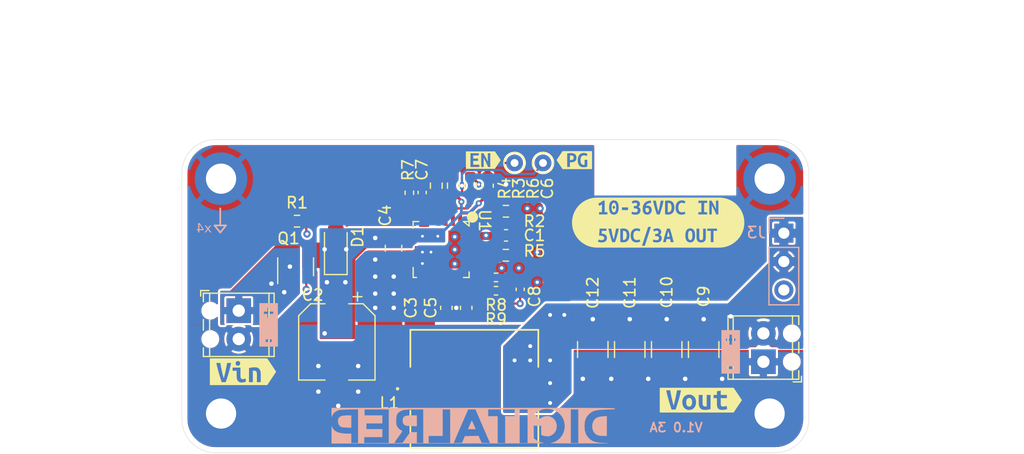
<source format=kicad_pcb>
(kicad_pcb (version 20221018) (generator pcbnew)
  (title_block (title "SiC468 15W Power") (date "2023-04-20") (rev "1") (company "DigitalREP") (comment 1 "Get up, come on, get down with the SiCness!"))
  (layers (0 "F.Cu" signal "Front") (1 "In1.Cu" mixed) (2 "In2.Cu" mixed) (31 "B.Cu" signal "Back") (34 "B.Paste" user) (35 "F.Paste" user) (36 "B.SilkS" user "B.Silkscreen") (37 "F.SilkS" user "F.Silkscreen") (38 "B.Mask" user) (39 "F.Mask" user) (44 "Edge.Cuts" user))
  (net 0 "")
  (net 1 "VSS")
  (net 2 "VDD")
  (net 4 "GNDA")
  (net 5 "/VDRV")
  (net 6 "/SS")
  (net 7 "/V_OUT")
  (net 8 "Net-(D1-A)")
  (net 9 "/V_IN")
  (net 10 "/MODE")
  (net 11 "/BOOT")
  (net 12 "/PHASE")
  (net 13 "/EN")
  (net 14 "/FSW")
  (net 15 "/PGOOD")
  (net 18 "/SW")
  (net 19 "/V_FB")
  (net 20 "GND")
  (net 21 "Net-(C7-Pad2)")
  (footprint "TestPoint:TestPoint_THTPad_D1.5mm_Drill0.7mm" (layer "F.Cu") (at 88.138 85.852)
    (fp_text reference "TP2" hide)
    (fp_text value "TestPoint_Small" hide)
    (pad "1" thru_hole circle (at 0 0) (size 1.5 1.5) (drill 0.7) (layers "*.Cu" "*.Mask") (net 13 "/EN"))
  )
  (footprint "Capacitor_SMD:C_0603_1608Metric" (layer "F.Cu") (at 83.82 98.806 -90)
    (fp_text reference "C5" (at 0 3.179 90) (layer "F.SilkS"))
    (fp_text value "33n" hide)
    (pad "1" smd roundrect (at -0.775 0 270) (size 0.9 0.95) (layers "F.Cu" "F.Paste" "F.Mask") (net 6 "/SS"))
    (pad "2" smd roundrect (at 0.775 0 270) (size 0.9 0.95) (layers "F.Cu" "F.Paste" "F.Mask") (net 20 "GND"))
  )
  (footprint "Resistor_SMD:R_0603_1608Metric" (layer "F.Cu") (at 87.368 90.17 180)
    (fp_text reference "R2" (at -2.548 -0.889 180) (layer "F.SilkS"))
    (fp_text value "2k0" hide)
    (pad "1" smd roundrect (at -0.825 0 180) (size 0.8 0.95) (layers "F.Cu" "F.Paste" "F.Mask") (net 4 "GNDA") (thermal_gap 0.1524))
    (pad "2" smd roundrect (at 0.825 0 180) (size 0.8 0.95) (layers "F.Cu" "F.Paste" "F.Mask") (net 10 "/MODE"))
  )
  (footprint "Capacitor_SMD:C_0603_1608Metric" (layer "F.Cu") (at 82.046 98.806 -90)
    (fp_text reference "C3" (at 0 3.179 90) (layer "F.SilkS"))
    (fp_text value "4.7u" hide)
    (pad "1" smd roundrect (at -0.775 0 270) (size 0.9 0.95) (layers "F.Cu" "F.Paste" "F.Mask") (net 5 "/VDRV"))
    (pad "2" smd roundrect (at 0.775 0 270) (size 0.9 0.95) (layers "F.Cu" "F.Paste" "F.Mask") (net 20 "GND"))
  )
  (footprint "Package_DFN_QFN:MLP55-27L" (layer "F.Cu") (at 81.578 93.593 -90)
    (fp_text reference "U1" (at -2.596843 -3.893 -90 unlocked) (layer "F.SilkS"))
    (fp_text value "SiC468")
    (fp_rect (start 2.1 0.725) (end 2.45 2.075) (stroke (width 0.001)) (fill solid) (layer "F.Cu"))
    (pad "1" smd rect (at -2.6 -1.7 270) (size 0.95 0.35) (layers "F.Cu" "F.Paste" "F.Mask") (net 1 "VSS"))
    (pad "2" smd rect (at -2.6 -1.05 270) (size 0.95 0.35) (layers "F.Cu" "F.Paste" "F.Mask") (net 15 "/PGOOD"))
    (pad "3" smd rect (at -2.6 -0.4 270) (size 0.95 0.35) (layers "F.Cu" "F.Paste" "F.Mask") (net 13 "/EN"))
    (pad "4" smd rect (at -2.6 0.25 270) (size 0.95 0.35) (layers "F.Cu" "F.Paste" "F.Mask") (net 11 "/BOOT"))
    (pad "5" smd rect (at -2.6 1.25 270) (size 0.95 0.35) (layers "F.Cu" "F.Paste" "F.Mask") (net 12 "/PHASE"))
    (pad "6" smd rect (at -2.6 1.75 270) (size 0.95 0.35) (layers "F.Cu" "F.Paste" "F.Mask") (net 12 "/PHASE"))
    (pad "7" smd rect (at -1.52 2.6 180) (size 0.95 0.35) (layers "F.Cu" "F.Paste" "F.Mask") (net 1 "VSS"))
    (pad "8" smd rect (at -0.87 2.6 180) (size 0.95 0.35) (layers "F.Cu" "F.Paste" "F.Mask") (net 1 "VSS"))
    (pad "9" smd rect (at 0.26 2.6 180) (size 0.95 0.35) (layers "F.Cu" "F.Paste" "F.Mask") (net 20 "GND"))
    (pad "10" smd rect (at 0.76 2.6 180) (size 0.95 0.35) (layers "F.Cu" "F.Paste" "F.Mask") (net 20 "GND"))
    (pad "11" smd rect (at 1.26 2.6 180) (size 0.95 0.35) (layers "F.Cu" "F.Paste" "F.Mask") (net 20 "GND"))
    (pad "12" smd rect (at 2.6 1.9 270) (size 0.95 0.35) (layers "F.Cu" "F.Paste" "F.Mask") (net 18 "/SW") (clearance 0.127))
    (pad "13" smd rect (at 2.6 1.4 270) (size 0.95 0.35) (layers "F.Cu" "F.Paste" "F.Mask") (net 18 "/SW") (clearance 0.127))
    (pad "14" smd rect (at 2.6 0.9 270) (size 0.95 0.35) (layers "F.Cu" "F.Paste" "F.Mask") (net 18 "/SW") (clearance 0.127))
    (pad "15" smd rect (at 2.6 0.25 270) (size 0.95 0.35) (layers "F.Cu" "F.Paste" "F.Mask"))
    (pad "16" smd rect (at 2.6 -0.25 270) (size 0.95 0.35) (layers "F.Cu" "F.Paste" "F.Mask") (net 5 "/VDRV"))
    (pad "17" smd rect (at 2.6 -0.75 270) (size 0.95 0.35) (layers "F.Cu" "F.Paste" "F.Mask") (net 20 "GND"))
    (pad "18" smd rect (at 2.6 -1.25 270) (size 0.95 0.35) (layers "F.Cu" "F.Paste" "F.Mask"))
    (pad "19" smd rect (at 2.6 -1.75 270) (size 0.95 0.35) (layers "F.Cu" "F.Paste" "F.Mask") (net 6 "/SS"))
    (pad "20" smd rect (at 1.75 -2.6 180) (size 0.95 0.35) (layers "F.Cu" "F.Paste" "F.Mask") (net 7 "/V_OUT"))
    (pad "21" smd rect (at 1.25 -2.6 180) (size 0.95 0.35) (layers "F.Cu" "F.Paste" "F.Mask"))
    (pad "22" smd rect (at 0.75 -2.6 180) (size 0.95 0.35) (layers "F.Cu" "F.Paste" "F.Mask") (net 19 "/V_FB"))
    (pad "23" smd rect (at 0.25 -2.6 180) (size 0.95 0.35) (layers "F.Cu" "F.Paste" "F.Mask") (net 4 "GNDA"))
    (pad "24" smd rect (at -0.25 -2.6 180) (size 0.95 0.35) (layers "F.Cu" "F.Paste" "F.Mask") (net 14 "/FSW"))
    (pad "25" smd rect (at -0.75 -2.6 180) (size 0.95 0.35) (layers "F.Cu" "F.Paste" "F.Mask"))
    (pad "26" smd rect (at -1.25 -2.6 180) (size 0.95 0.35) (layers "F.Cu" "F.Paste" "F.Mask") (net 2 "VDD"))
    (pad "27" smd rect (at -1.75 -2.6 180) (size 0.95 0.35) (layers "F.Cu" "F.Paste" "F.Mask") (net 10 "/MODE"))
    (pad "28" smd rect (at 0 -1.2 270) (size 3.4 1.1) (layers "F.Cu" "F.Paste" "F.Mask") (net 4 "GNDA"))
    (pad "29" smd rect (at -1.2 1 270) (size 1.1 2.7) (layers "F.Cu" "F.Paste" "F.Mask") (net 1 "VSS"))
    (pad "30" smd custom (at -0.3 2.35 270) (size 0.001 0.001) (layers "F.Cu" "F.Paste" "F.Mask") (net 20 "GND") (options (clearance outline) (anchor rect)) (primitives (gr_poly (pts (xy 0 0) (xy 0 -2.7) (xy 1.52 -2.7) (xy 1.52 -1.88) (xy 2.1 -1.88) (xy 2.1 0)) (width 0.0001) (fill yes))))
  )
  (footprint "Capacitor_SMD:CP_Elec_6.3x5.8" (layer "F.Cu") (at 72.263 101.854 -90)
    (fp_text reference "C2" (at -4.191 2.159 -180) (layer "F.SilkS"))
    (fp_text value "22u" hide)
    (pad "1" smd roundrect (at -2.7 0 270) (size 3.5 1.6) (layers "F.Cu" "F.Paste" "F.Mask") (roundrect_rratio 0.15625) (net 1 "VSS"))
    (pad "2" smd roundrect (at 2.7 0 270) (size 3.5 1.6) (layers "F.Cu" "F.Paste" "F.Mask") (roundrect_rratio 0.15625) (net 20 "GND"))
  )
  (footprint "Resistor_SMD:R_0603_1608Metric" (layer "F.Cu") (at 82.669 87.884 -90)
    (fp_text reference "R3" (at 0.254 -5.85 90) (layer "F.SilkS"))
    (fp_text value "562k" hide)
    (pad "1" smd roundrect (at -0.825 0 270) (size 0.8 0.95) (layers "F.Cu" "F.Paste" "F.Mask") (net 13 "/EN"))
    (pad "2" smd roundrect (at 0.825 0 270) (size 0.8 0.95) (layers "F.Cu" "F.Paste" "F.Mask") (net 1 "VSS"))
  )
  (footprint "Capacitor_SMD:C_1210_3225Metric" (layer "F.Cu") (at 101.727 102.538 -90)
    (fp_text reference "C10" (at -5.129 0 90) (layer "F.SilkS"))
    (fp_text value "47u")
    (pad "1" smd roundrect (at -1.475 0 270) (size 1.15 2.7) (layers "F.Cu" "F.Paste" "F.Mask") (roundrect_rratio 0.2173913043) (net 7 "/V_OUT"))
    (pad "2" smd roundrect (at 1.475 0 270) (size 1.15 2.7) (layers "F.Cu" "F.Paste" "F.Mask") (roundrect_rratio 0.2173913043) (net 20 "GND"))
  )
  (footprint "Diode_SMD:D_SMF" (layer "F.Cu") (at 72.169 93.472 90)
    (fp_text reference "D1" (at 1.016 1.9482 90) (layer "F.SilkS"))
    (fp_text value "9.1V" hide)
    (pad "1" smd roundrect (at -1.45 0 90) (size 1.3 1.4) (layers "F.Cu" "F.Paste" "F.Mask") (roundrect_rratio 0.1923076923) (net 1 "VSS"))
    (pad "2" smd roundrect (at 1.45 0 90) (size 1.3 1.4) (layers "F.Cu" "F.Paste" "F.Mask") (roundrect_rratio 0.1923076923) (net 8 "Net-(D1-A)"))
  )
  (footprint "Package_SO:TSOP-6_1.65x3.05mm_P0.95mm" (layer "F.Cu") (at 68.58 95.14 90)
    (fp_text reference "Q1" (at 2.54 -0.635 180) (layer "F.SilkS"))
    (fp_text value "SQ3427EV" hide)
    (pad "1" smd rect (at -1.16 -0.95 90) (size 0.7 0.51) (layers "F.Cu" "F.Paste" "F.Mask") (net 9 "/V_IN"))
    (pad "2" smd rect (at -1.16 0 90) (size 0.7 0.51) (layers "F.Cu" "F.Paste" "F.Mask") (net 9 "/V_IN"))
    (pad "3" smd rect (at -1.16 0.95 90) (size 0.7 0.51) (layers "F.Cu" "F.Paste" "F.Mask") (net 8 "Net-(D1-A)"))
    (pad "4" smd rect (at 1.16 0.95 90) (size 0.7 0.51) (layers "F.Cu" "F.Paste" "F.Mask") (net 1 "VSS"))
    (pad "5" smd rect (at 1.16 0 90) (size 0.7 0.51) (layers "F.Cu" "F.Paste" "F.Mask") (net 9 "/V_IN"))
    (pad "6" smd rect (at 1.16 -0.95 90) (size 0.7 0.51) (layers "F.Cu" "F.Paste" "F.Mask") (net 9 "/V_IN"))
  )
  (footprint "Resistor_SMD:R_0603_1608Metric" (layer "F.Cu") (at 81.145 87.884 -90)
    (fp_text reference "R4" (at 0.254 -6.104 90) (layer "F.SilkS"))
    (fp_text value "84.5k" hide)
    (pad "1" smd roundrect (at -0.825 0 270) (size 0.8 0.95) (layers "F.Cu" "F.Paste" "F.Mask") (net 20 "GND") (thermal_gap 0.1524))
    (pad "2" smd roundrect (at 0.825 0 270) (size 0.8 0.95) (layers "F.Cu" "F.Paste" "F.Mask") (net 13 "/EN"))
  )
  (footprint "TestPoint:TestPoint_THTPad_D1.5mm_Drill0.7mm" (layer "F.Cu") (at 90.678 85.852)
    (fp_text reference "TP1" hide)
    (fp_text value "TestPoint_Small" hide)
    (pad "1" thru_hole circle (at 0 0) (size 1.5 1.5) (drill 0.7) (layers "*.Cu" "*.Mask") (net 15 "/PGOOD"))
  )
  (footprint "MountingHole:MountingHole_2.7mm_M2.5_DIN965_Pad_TopBottom" (layer "F.Cu") (at 110.92 108.26)
    (fp_text reference "H4" hide)
    (fp_text value "MountingHole_Pad" hide)
    (pad "1" thru_hole circle (at 0 0) (size 3.1 3.1) (drill 2.7) (layers "*.Cu" "*.Mask") (net 20 "GND"))
    (pad "1" connect circle (at 0 0) (size 4.7 4.7) (layers "F.Cu" "F.Mask") (net 20 "GND"))
    (pad "1" connect circle (at 0 0) (size 4.7 4.7) (layers "B.Cu" "B.Mask") (net 20 "GND"))
  )
  (footprint "NetTie:NetTie-2_SMD_Pad0.5mm" (layer "F.Cu") (at 81.653 94.107 180)
    (fp_text reference "NT1" hide)
    (fp_text value "NetTie_2")
    (fp_poly (pts (xy -0.5 -0.25) (xy 0.5 -0.25) (xy 0.5 0.25) (xy -0.5 0.25)) (fill solid) (layer "F.Cu"))
    (pad "1" smd circle (at -0.5 0 180) (size 0.5 0.5) (layers "F.Cu") (net 4 "GNDA"))
    (pad "2" smd circle (at 0.5 0 180) (size 0.5 0.5) (layers "F.Cu") (net 20 "GND"))
  )
  (footprint "Capacitor_SMD:C_0805_2012Metric" (layer "F.Cu") (at 77.327 93.472 -90)
    (fp_text reference "C4" (at -2.921 0.746 90) (layer "F.SilkS"))
    (fp_text value "100n" hide)
    (pad "1" smd roundrect (at -0.95 0 270) (size 1 1.45) (layers "F.Cu" "F.Paste" "F.Mask") (net 1 "VSS"))
    (pad "2" smd roundrect (at 0.95 0 270) (size 1 1.45) (layers "F.Cu" "F.Paste" "F.Mask") (net 20 "GND"))
  )
  (footprint "Resistor_SMD:R_0603_1608Metric" (layer "F.Cu") (at 84.193 87.884 90)
    (fp_text reference "R6" (at -0.254 5.596 90) (layer "F.SilkS"))
    (fp_text value "100k" hide)
    (pad "1" smd roundrect (at -0.825 0 90) (size 0.8 0.95) (layers "F.Cu" "F.Paste" "F.Mask") (net 15 "/PGOOD"))
    (pad "2" smd roundrect (at 0.825 0 90) (size 0.8 0.95) (layers "F.Cu" "F.Paste" "F.Mask") (net 2 "VDD"))
  )
  (footprint "kibuzzard-64C2B591" (layer "F.Cu") (at 104.775 107.061)
    (fp_text reference "kibuzzard-64C2B591" hide)
    (fp_text value "G***" hide)
  )
  (footprint "Capacitor_SMD:C_1210_3225Metric" (layer "F.Cu") (at 105.029 102.538 -90)
    (fp_text reference "C9" (at -4.748 0 90) (layer "F.SilkS"))
    (fp_text value "47u")
    (pad "1" smd roundrect (at -1.475 0 270) (size 1.15 2.7) (layers "F.Cu" "F.Paste" "F.Mask") (roundrect_rratio 0.2173913043) (net 7 "/V_OUT"))
    (pad "2" smd roundrect (at 1.475 0 270) (size 1.15 2.7) (layers "F.Cu" "F.Paste" "F.Mask") (roundrect_rratio 0.2173913043) (net 20 "GND"))
  )
  (footprint "kibuzzard-64C2B50E" (layer "F.Cu") (at 93.472 85.598)
    (fp_text reference "kibuzzard-64C2B50E" hide)
    (fp_text value "G***" hide)
  )
  (footprint "Capacitor_SMD:C_1210_3225Metric" (layer "F.Cu") (at 95.123 102.538 -90)
    (fp_text reference "C12" (at -5.08 0 90) (layer "F.SilkS"))
    (fp_text value "47u")
    (pad "1" smd roundrect (at -1.475 0 270) (size 1.15 2.7) (layers "F.Cu" "F.Paste" "F.Mask") (roundrect_rratio 0.2173913043) (net 7 "/V_OUT"))
    (pad "2" smd roundrect (at 1.475 0 270) (size 1.15 2.7) (layers "F.Cu" "F.Paste" "F.Mask") (roundrect_rratio 0.2173913043) (net 20 "GND"))
  )
  (footprint "Resistor_SMD:R_0402_1005Metric" (layer "F.Cu") (at 86.479 97.282)
    (fp_text reference "R9" (at 0 2.54) (layer "F.SilkS"))
    (fp_text value "52.3k" hide)
    (pad "1" smd roundrect (at -0.51 0) (size 0.54 0.64) (layers "F.Cu" "F.Paste" "F.Mask") (net 19 "/V_FB"))
    (pad "2" smd roundrect (at 0.51 0) (size 0.54 0.64) (layers "F.Cu" "F.Paste" "F.Mask") (net 7 "/V_OUT"))
  )
  (footprint "Resistor_SMD:R_0603_1608Metric" (layer "F.Cu") (at 68.707 91.059)
    (fp_text reference "R1" (at 0 -1.651 180) (layer "F.SilkS"))
    (fp_text value "10k" hide)
    (pad "1" smd roundrect (at -0.825 0) (size 0.8 0.95) (layers "F.Cu" "F.Paste" "F.Mask") (net 20 "GND") (thermal_gap 0.1524))
    (pad "2" smd roundrect (at 0.825 0) (size 0.8 0.95) (layers "F.Cu" "F.Paste" "F.Mask") (net 8 "Net-(D1-A)"))
  )
  (footprint "Resistor_SMD:R_0603_1608Metric" (layer "F.Cu") (at 87.36 94.107 180)
    (fp_text reference "R5" (at -2.556 0.381) (layer "F.SilkS"))
    (fp_text value "34.8k" hide)
    (pad "1" smd roundrect (at -0.825 0 180) (size 0.8 0.95) (layers "F.Cu" "F.Paste" "F.Mask") (net 4 "GNDA") (thermal_gap 0.1524))
    (pad "2" smd roundrect (at 0.825 0 180) (size 0.8 0.95) (layers "F.Cu" "F.Paste" "F.Mask") (net 14 "/FSW"))
  )
  (footprint "kibuzzard-65242275" (layer "F.Cu") (at 100.965 91.186)
    (fp_text reference "kibuzzard-65242275" hide)
    (fp_text value "G***" hide)
  )
  (footprint "Capacitor_SMD:C_0402_1005Metric" (layer "F.Cu") (at 88.638 97.155 90)
    (fp_text reference "C8" (at -0.635 1.278 90) (layer "F.SilkS"))
    (fp_text value "100n" hide)
    (pad "1" smd roundrect (at -0.48 0 90) (size 0.56 0.62) (layers "F.Cu" "F.Paste" "F.Mask") (net 7 "/V_OUT"))
    (pad "2" smd roundrect (at 0.48 0 90) (size 0.56 0.62) (layers "F.Cu" "F.Paste" "F.Mask") (net 4 "GNDA") (thermal_gap 0.1524))
  )
  (footprint "MountingHole:MountingHole_2.7mm_M2.5_DIN965_Pad_TopBottom" (layer "F.Cu") (at 61.92 108.26)
    (fp_text reference "H3" hide)
    (fp_text value "MountingHole_Pad" hide)
    (pad "1" thru_hole circle (at 0 0) (size 3.1 3.1) (drill 2.7) (layers "*.Cu" "*.Mask") (net 20 "GND"))
    (pad "1" connect circle (at 0 0) (size 4.7 4.7) (layers "F.Cu" "F.Mask") (net 20 "GND"))
    (pad "1" connect circle (at 0 0) (size 4.7 4.7) (layers "B.Cu" "B.Mask") (net 20 "GND"))
  )
  (footprint "Capacitor_SMD:C_1210_3225Metric" (layer "F.Cu") (at 98.425 102.538 -90)
    (fp_text reference "C11" (at -5.08 0 90) (layer "F.SilkS"))
    (fp_text value "47u")
    (pad "1" smd roundrect (at -1.475 0 270) (size 1.15 2.7) (layers "F.Cu" "F.Paste" "F.Mask") (roundrect_rratio 0.2173913043) (net 7 "/V_OUT"))
    (pad "2" smd roundrect (at 1.475 0 270) (size 1.15 2.7) (layers "F.Cu" "F.Paste" "F.Mask") (roundrect_rratio 0.2173913043) (net 20 "GND"))
  )
  (footprint "Capacitor_SMD:C_0603_1608Metric" (layer "F.Cu") (at 87.376 92.329)
    (fp_text reference "C1" (at 2.54 0) (layer "F.SilkS"))
    (fp_text value "1u" hide)
    (pad "1" smd roundrect (at -0.775 0) (size 0.9 0.95) (layers "F.Cu" "F.Paste" "F.Mask") (net 2 "VDD"))
    (pad "2" smd roundrect (at 0.775 0) (size 0.9 0.95) (layers "F.Cu" "F.Paste" "F.Mask") (net 4 "GNDA"))
  )
  (footprint "MountingHole:MountingHole_2.7mm_M2.5_DIN965_Pad_TopBottom" (layer "F.Cu") (at 110.92 87.26)
    (fp_text reference "H2" hide)
    (fp_text value "MountingHole" hide)
    (pad "1" thru_hole circle (at 0 0) (size 3.1 3.1) (drill 2.7) (layers "*.Cu" "*.Mask") (net 20 "GND"))
    (pad "1" connect circle (at 0 0) (size 4.7 4.7) (layers "F.Cu" "F.Mask") (net 20 "GND"))
    (pad "1" connect circle (at 0 0) (size 4.7 4.7) (layers "B.Cu" "B.Mask") (net 20 "GND"))
  )
  (footprint "Capacitor_SMD:C_0603_1608Metric" (layer "F.Cu") (at 85.725 87.884 90)
    (fp_text reference "C6" (at -0.254 5.334 90) (layer "F.SilkS"))
    (fp_text value "100n" hide)
    (pad "1" smd roundrect (at -0.775 0 90) (size 0.9 0.95) (layers "F.Cu" "F.Paste" "F.Mask") (net 1 "VSS"))
    (pad "2" smd roundrect (at 0.775 0 90) (size 0.9 0.95) (layers "F.Cu" "F.Paste" "F.Mask") (net 20 "GND") (thermal_gap 0.1524))
  )
  (footprint "My_Modules:IND_IHLP-4040DZ_VIS" (layer "F.Cu") (at 84.5439 106.045)
    (fp_text reference "L1" (at -7.5819 1.27 unlocked) (layer "F.SilkS"))
    (fp_text value "5.6u")
    (pad "1" smd rect (at -4.2799 0 90) (size 3.2512 2.921) (layers "F.Cu" "F.Paste" "F.Mask") (net 18 "/SW"))
    (pad "2" smd rect (at 4.2799 0 90) (size 3.2512 2.921) (layers "F.Cu" "F.Paste" "F.Mask") (net 7 "/V_OUT"))
  )
  (footprint "TerminalBlock_Phoenix:TerminalBlock_Phoenix_MPT-0,5-2-2.54_1x02_P2.54mm_Horizontal" (layer "F.Cu") (at 63.5 99.06 -90)
    (fp_text reference "J1" hide)
    (fp_text value "Input" hide)
    (pad "" np_thru_hole circle (at 0 2.54 270) (size 1.1 1.1) (drill 1.1) (layers "*.Cu" "*.Mask"))
    (pad "" np_thru_hole circle (at 2.54 2.54 270) (size 1.1 1.1) (drill 1.1) (layers "*.Cu" "*.Mask"))
    (pad "1" thru_hole rect (at 0 0 270) (size 2.2 2.2) (drill 1.1) (layers "*.Cu" "*.Mask") (net 9 "/V_IN"))
    (pad "2" thru_hole circle (at 2.54 0 270) (size 2.2 2.2) (drill 1.1) (layers "*.Cu" "*.Mask") (net 20 "GND"))
  )
  (footprint "Resistor_SMD:R_0402_1005Metric" (layer "F.Cu") (at 78.74 88.519 -90)
    (fp_text reference "R7" (at -2.032 0.127 90) (layer "F.SilkS"))
    (fp_text value "1R0" hide)
    (pad "1" smd roundrect (at -0.51 0 270) (size 0.54 0.64) (layers "F.Cu" "F.Paste" "F.Mask") (net 21 "Net-(C7-Pad2)"))
    (pad "2" smd roundrect (at 0.51 0 270) (size 0.54 0.64) (layers "F.Cu" "F.Paste" "F.Mask") (net 12 "/PHASE"))
  )
  (footprint "Capacitor_SMD:C_0402_1005Metric" (layer "F.Cu") (at 79.883 88.4936 90)
    (fp_text reference "C7" (at 2.032 -0.03 90) (layer "F.SilkS"))
    (fp_text value "100n" hide)
    (pad "1" smd roundrect (at -0.48 0 90) (size 0.56 0.62) (layers "F.Cu" "F.Paste" "F.Mask") (net 11 "/BOOT"))
    (pad "2" smd roundrect (at 0.48 0 90) (size 0.56 0.62) (layers "F.Cu" "F.Paste" "F.Mask") (net 21 "Net-(C7-Pad2)"))
  )
  (footprint "kibuzzard-64C2B535" (layer "F.Cu") (at 63.881 104.521)
    (fp_text reference "kibuzzard-64C2B535" hide)
    (fp_text value "G***" hide)
  )
  (footprint "MountingHole:MountingHole_2.7mm_M2.5_DIN965_Pad_TopBottom" (layer "F.Cu") (at 61.92 87.26)
    (fp_text reference "H1" hide)
    (fp_text value "MountingHole" hide)
    (pad "1" thru_hole circle (at 0 0) (size 3.1 3.1) (drill 2.7) (layers "*.Cu" "*.Mask") (net 20 "GND"))
    (pad "1" connect circle (at 0 0) (size 4.7 4.7) (layers "F.Cu" "F.Mask") (net 20 "GND"))
    (pad "1" connect circle (at 0 0) (size 4.7 4.7) (layers "B.Cu" "B.Mask") (net 20 "GND"))
  )
  (footprint "kibuzzard-64C2B51C" (layer "F.Cu") (at 85.344 85.598)
    (fp_text reference "kibuzzard-64C2B51C" hide)
    (fp_text value "G***" hide)
  )
  (footprint "TerminalBlock_Phoenix:TerminalBlock_Phoenix_MPT-0,5-2-2.54_1x02_P2.54mm_Horizontal" (layer "F.Cu") (at 110.363 103.632 90)
    (fp_text reference "J2" hide)
    (fp_text value "Output" hide)
    (pad "" np_thru_hole circle (at 0 2.54 90) (size 1.1 1.1) (drill 1.1) (layers "*.Cu" "*.Mask"))
    (pad "" np_thru_hole circle (at 2.54 2.54 90) (size 1.1 1.1) (drill 1.1) (layers "*.Cu" "*.Mask"))
    (pad "1" thru_hole rect (at 0 0 90) (size 2.2 2.2) (drill 1.1) (layers "*.Cu" "*.Mask") (net 20 "GND"))
    (pad "2" thru_hole circle (at 2.54 0 90) (size 2.2 2.2) (drill 1.1) (layers "*.Cu" "*.Mask") (net 7 "/V_OUT") (thermal_bridge_width 0.8) (thermal_gap 0.25))
  )
  (footprint "Resistor_SMD:R_0402_1005Metric" (layer "F.Cu") (at 86.479 96.0882 180)
    (fp_text reference "R8" (at -0.008 -2.4638 180) (layer "F.SilkS"))
    (fp_text value "10k" hide)
    (pad "1" smd roundrect (at -0.51 0 180) (size 0.54 0.64) (layers "F.Cu" "F.Paste" "F.Mask") (net 4 "GNDA") (thermal_gap 0.1524))
    (pad "2" smd roundrect (at 0.51 0 180) (size 0.54 0.64) (layers "F.Cu" "F.Paste" "F.Mask") (net 19 "/V_FB"))
  )
  (footprint "kibuzzard-64469095" (layer "B.Cu") (at 66.167 100.33 180)
    (fp_text reference "kibuzzard-64469095" hide)
    (fp_text value "G***" hide)
  )
  (footprint "kibuzzard-64469095" (layer "B.Cu") (at 107.442 102.743 180)
    (fp_text reference "kibuzzard-64469095" hide)
    (fp_text value "G***" hide)
  )
  (footprint "My_Modules:digital" (layer "B.Cu") (at 84.455 109.347 180)
    (fp_text reference "LOGO1" hide)
    (fp_text value "LOGO" hide)
  )
  (footprint "Connector_PinSocket_2.54mm:PinSocket_1x03_P2.54mm_Vertical" (layer "B.Cu") (at 112.19 92.13 180)
    (fp_text reference "J3" (at 2.462 0.055) (layer "B.SilkS") (effects (justify mirror)))
    (fp_text value "Conn_01x03_Socket")
    (pad "1" thru_hole rect (at 0 0 180) (size 1.7 1.7) (drill 1) (layers "*.Cu" "*.Mask") (net 7 "/V_OUT"))
    (pad "2" thru_hole oval (at 0 -2.54 180) (size 1.7 1.7) (drill 1) (layers "*.Cu" "*.Mask") (net 7 "/V_OUT"))
    (pad "3" thru_hole oval (at 0 -5.08 180) (size 1.7 1.7) (drill 1) (layers "*.Cu" "*.Mask") (net 20 "GND"))
  )
  (gr_line (start 62.357 91.44) (end 61.849 91.44) (stroke (width 0.1524)) (layer "B.SilkS"))
  (gr_line (start 61.341 91.44) (end 61.849 92.075) (stroke (width 0.1524)) (layer "B.SilkS"))
  (gr_line (start 61.849 91.44) (end 61.849 89.916) (stroke (width 0.1524)) (layer "B.SilkS"))
  (gr_line (start 61.849 92.075) (end 62.357 91.44) (stroke (width 0.1524)) (layer "B.SilkS"))
  (gr_line (start 61.849 91.44) (end 61.341 91.44) (stroke (width 0.1524)) (layer "B.SilkS"))
  (gr_arc (start 111.42 83.76) (mid 113.541321 84.638679) (end 114.42 86.76) (stroke (width 0.0381)) (layer "Edge.Cuts"))
  (gr_line (start 111.42 111.76) (end 61.42 111.76) (stroke (width 0.0381)) (layer "Edge.Cuts"))
  (gr_line (start 61.42 83.76) (end 111.42 83.76) (stroke (width 0.0381)) (layer "Edge.Cuts"))
  (gr_line (start 58.42 108.76) (end 58.42 86.76) (stroke (width 0.0381)) (layer "Edge.Cuts"))
  (gr_arc (start 61.42 111.76) (mid 59.298679 110.881321) (end 58.42 108.76) (stroke (width 0.0381)) (layer "Edge.Cuts"))
  (gr_arc (start 114.42 108.76) (mid 113.541321 110.881321) (end 111.42 111.76) (stroke (width 0.0381)) (layer "Edge.Cuts"))
  (gr_line (start 114.42 86.76) (end 114.42 108.76) (stroke (width 0.0381)) (layer "Edge.Cuts"))
  (gr_arc (start 58.42 86.76) (mid 59.298679 84.638679) (end 61.42 83.76) (stroke (width 0.0381)) (layer "Edge.Cuts"))
  (gr_text "x4" (at 61.087 92.202) (layer "B.SilkS") (effects (font (size 0.8128 0.8128) (thickness 0.1016)) (justify left bottom mirror)))
  (gr_text "V1.0 3A" (at 105.029 109.982) (layer "B.SilkS") (effects (font (size 0.8128 0.8128) (thickness 0.1524) bold) (justify left bottom mirror)))
  (segment (start 82.867 88.709) (end 83.439 89.281) (width 0.254) (layer "F.Cu") (net 1))
  (segment (start 83.278 90.458) (end 83.278 90.993) (width 0.25) (layer "F.Cu") (net 1))
  (segment (start 85.725 88.673436) (end 85.725 88.659) (width 0.254) (layer "F.Cu") (net 1))
  (segment (start 82.669 88.709) (end 82.867 88.709) (width 0.254) (layer "F.Cu") (net 1))
  (segment (start 83.439 89.281) (end 83.397282 89.322718) (width 0.254) (layer "F.Cu") (net 1))
  (segment (start 84.9385 89.459936) (end 85.725 88.673436) (width 0.254) (layer "F.Cu") (net 1))
  (segment (start 84.115703 90.342601) (end 83.3934 90.3426) (width 0.25) (layer "F.Cu") (net 1))
  (segment (start 84.9385 89.459936) (end 84.9385 89.519804) (width 0.25) (layer "F.Cu") (net 1))
  (segment (start 83.397282 89.322718) (end 83.385282 89.322718) (width 0.254) (layer "F.Cu") (net 1))
  (segment (start 84.9385 89.519804) (end 84.115703 90.342601) (width 0.25) (layer "F.Cu") (net 1))
  (segment (start 83.3934 90.3426) (end 83.278 90.458) (width 0.25) (layer "F.Cu") (net 1))
  (via (at 79.9084 92.4052) (size 0.55) (drill 0.25) (layers "F.Cu" "B.Cu") (net 1))
  (via (at 73.025 96.52) (size 0.75) (drill 0.4) (layers "F.Cu" "B.Cu") (net 1))
  (via (at 71.374 96.52) (size 0.75) (drill 0.4) (layers "F.Cu" "B.Cu") (net 1))
  (via (at 83.385282 89.322718) (size 0.55) (drill 0.25) (layers "F.Cu" "B.Cu") (net 1))
  (via (at 81.28 92.4052) (size 0.55) (drill 0.25) (layers "F.Cu" "B.Cu") (net 1))
  (via (at 71.1708 101.092) (size 0.75) (drill 0.4) (layers "F.Cu" "B.Cu") (net 1))
  (via (at 75.692 92.5576) (size 0.75) (drill 0.4) (layers "F.Cu" "B.Cu") (net 1))
  (via (at 84.9385 89.459936) (size 0.55) (drill 0.25) (layers "F.Cu" "B.Cu") (net 1))
  (via (at 73.1012 93.5736) (size 0.75) (drill 0.4) (layers "F.Cu" "B.Cu") (net 1))
  (via (at 71.1708 93.5736) (size 0.75) (drill 0.4) (layers "F.Cu" "B.Cu") (net 1))
  (segment (start 81.3308 92.4052) (end 81.28 92.4052) (width 0.25) (layer "B.Cu") (net 1))
  (segment (start 84.9385 89.459936) (end 84.101436 90.297) (width 0.25) (layer "B.Cu") (net 1))
  (segment (start 81.28 92.4052) (end 81.28 92.456) (width 0.25) (layer "B.Cu") (net 1))
  (segment (start 81.28 92.456) (end 81.28 92.456) (width 0.25) (layer "B.Cu") (net 1))
  (segment (start 83.385282 90.243282) (end 83.439 90.297) (width 0.254) (layer "B.Cu") (net 1))
  (segment (start 84.101436 90.297) (end 83.439 90.297) (width 0.25) (layer "B.Cu") (net 1))
  (segment (start 83.439 90.297) (end 81.3308 92.4052) (width 0.25) (layer "B.Cu") (net 1))
  (segment (start 83.385282 89.322718) (end 83.385282 90.243282) (width 0.254) (layer "B.Cu") (net 1))
  (segment (start 84.193 87.059) (end 84.265 87.059) (width 0.254) (layer "F.Cu") (net 2))
  (segment (start 84.178 92.343) (end 86.633 92.343) (width 0.254) (layer "F.Cu") (net 2))
  (segment (start 84.940473 87.779527) (end 84.935734 87.779527) (width 0.254) (layer "F.Cu") (net 2))
  (segment (start 84.265 87.059) (end 84.963 87.757) (width 0.254) (layer "F.Cu") (net 2))
  (segment (start 86.633 92.343) (end 86.774 92.202) (width 0.254) (layer "F.Cu") (net 2))
  (segment (start 84.963 87.757) (end 84.940473 87.779527) (width 0.254) (layer "F.Cu") (net 2))
  (via (at 84.935734 87.779527) (size 0.55) (drill 0.25) (layers "F.Cu" "B.Cu") (net 2))
  (via (at 85.59 92.329) (size 0.65) (drill 0.3) (layers "F.Cu" "B.Cu") (net 2))
  (segment (start 82.796 93.599) (end 82.784 93.599) (width 0.2032) (layer "F.Cu") (net 4))
  (segment (start 82.784 93.599) (end 82.778 93.593) (width 0.2032) (layer "F.Cu") (net 4))
  (segment (start 83.028 93.843) (end 82.796 93.611) (width 0.2032) (layer "F.Cu") (net 4))
  (segment (start 82.796 93.611) (end 82.796 93.599) (width 0.2032) (layer "F.Cu") (net 4))
  (segment (start 84.178 93.843) (end 83.028 93.843) (width 0.2032) (layer "F.Cu") (net 4))
  (via (at 90.162 93.853) (size 0.65) (drill 0.3) (layers "F.Cu" "B.Cu") (net 4))
  (via (at 82.796 93.599) (size 0.65) (drill 0.3) (layers "F.Cu" "B.Cu") (net 4))
  (via (at 90.162 96.52) (size 0.65) (drill 0.3) (layers "F.Cu" "B.Cu") (net 4))
  (via (at 89.273 89.916) (size 0.65) (drill 0.3) (layers "F.Cu" "B.Cu") (net 4))
  (via (at 86.987 95.25) (size 0.65) (drill 0.3) (layers "F.Cu" "B.Cu") (net 4))
  (via (at 82.796 92.456) (size 0.65) (drill 0.3) (layers "F.Cu" "B.Cu") (net 4))
  (via (at 90.416 89.916) (size 0.65) (drill 0.3) (layers "F.Cu" "B.Cu") (net 4))
  (via (at 82.796 94.869) (size 0.65) (drill 0.3) (layers "F.Cu" "B.Cu") (net 4))
  (via (at 88.519 95.25) (size 0.65) (drill 0.3) (layers "F.Cu" "B.Cu") (net 4))
  (segment (start 81.828 96.193) (end 81.828 97.2945) (width 0.2032) (layer "F.Cu") (net 5))
  (segment (start 82.046 97.5125) (end 82.046 98.031) (width 0.2032) (layer "F.Cu") (net 5))
  (segment (start 81.828 97.2945) (end 82.046 97.5125) (width 0.2032) (layer "F.Cu") (net 5))
  (segment (start 83.55 98.011) (end 83.57 98.031) (width 0.2032) (layer "F.Cu") (net 6))
  (segment (start 83.328 96.193) (end 83.328 97.187) (width 0.2032) (layer "F.Cu") (net 6))
  (segment (start 83.328 97.187) (end 83.55 97.409) (width 0.2032) (layer "F.Cu") (net 6))
  (segment (start 83.55 97.409) (end 83.55 98.011) (width 0.2032) (layer "F.Cu") (net 6))
  (segment (start 88.63 97.643) (end 88.638 97.635) (width 0.2032) (layer "F.Cu") (net 7))
  (segment (start 87.664 98.425) (end 88.63 98.425) (width 0.2032) (layer "F.Cu") (net 7))
  (segment (start 87.5032 97.282) (end 87.876 97.6548) (width 0.2032) (layer "F.Cu") (net 7))
  (segment (start 85.0232 95.8342) (end 84.5086 95.3196) (width 0.2032) (layer "F.Cu") (net 7))
  (segment (start 86.989 97.282) (end 87.5032 97.282) (width 0.2032) (layer "F.Cu") (net 7))
  (segment (start 85.463 98.425) (end 85.0232 97.9852) (width 0.2032) (layer "F.Cu") (net 7))
  (segment (start 85.0232 97.9852) (end 85.0232 95.8342) (width 0.2032) (layer "F.Cu") (net 7))
  (segment (start 87.664 98.425) (end 85.463 98.425) (width 0.2032) (layer "F.Cu") (net 7))
  (segment (start 84.2014 95.3196) (end 84.178 95.343) (width 0.2032) (layer "F.Cu") (net 7))
  (segment (start 84.5086 95.3196) (end 84.2014 95.3196) (width 0.2032) (layer "F.Cu") (net 7))
  (segment (start 87.876 97.6548) (end 87.876 98.425) (width 0.2032) (layer "F.Cu") (net 7))
  (segment (start 88.63 98.425) (end 88.63 97.643) (width 0.2032) (layer "F.Cu") (net 7))
  (via (at 88.138 103.505) (size 0.65) (drill 0.35) (layers "F.Cu" "B.Cu") (net 7))
  (via (at 101.727 99.822) (size 0.8) (drill 0.4) (layers "F.Cu" "B.Cu") (net 7))
  (via (at 89.535 103.505) (size 0.65) (drill 0.35) (layers "F.Cu" "B.Cu") (net 7))
  (via (at 107.442 99.568) (size 0.75) (drill 0.4) (layers "F.Cu" "B.Cu") (net 7))
  (via (at 91.313 99.441) (size 0.65) (drill 0.35) (layers "F.Cu" "B.Cu") (net 7))
  (via (at 105.029 99.822) (size 0.8) (drill 0.4) (layers "F.Cu" "B.Cu") (net 7))
  (via (at 98.425 99.822) (size 0.8) (drill 0.4) (layers "F.Cu" "B.Cu") (net 7))
  (via (at 95.123 99.822) (size 0.8) (drill 0.4) (layers "F.Cu" "B.Cu") (net 7))
  (via (at 92.583 99.441) (size 0.65) (drill 0.35) (layers "F.Cu" "B.Cu") (net 7))
  (via (at 91.313 107.315) (size 0.65) (drill 0.35) (layers "F.Cu" "B.Cu") (net 7))
  (via (at 91.313 103.505) (size 0.65) (drill 0.35) (layers "F.Cu" "B.Cu") (net 7))
  (via (at 91.313 105.537) (size 0.65) (drill 0.35) (layers "F.Cu" "B.Cu") (net 7))
  (via (at 88.63 98.425) (size 0.65) (drill 0.3) (layers "F.Cu" "B.Cu") (net 7))
  (via (at 89.535 102.235) (size 0.65) (drill 0.35) (layers "F.Cu" "B.Cu") (net 7))
  (segment (start 69.53 97.155) (end 69.53 96.3) (width 0.2032) (layer "F.Cu") (net 8))
  (segment (start 69.532 91.059) (end 69.532 92.138) (width 0.2032) (layer "F.Cu") (net 8))
  (segment (start 69.532 91.059) (end 71.756 91.059) (width 0.2032) (layer "F.Cu") (net 8))
  (segment (start 69.532 92.138) (end 69.596 92.202) (width 0.2032) (layer "F.Cu") (net 8))
  (segment (start 71.756 91.059) (end 72.169 91.472) (width 0.2032) (layer "F.Cu") (net 8))
  (via (at 69.596 92.202) (size 0.65) (drill 0.3) (layers "F.Cu" "B.Cu") (net 8))
  (via (at 69.53 97.155) (size 0.65) (drill 0.3) (layers "F.Cu" "B.Cu") (net 8))
  (segment (start 69.53 97.155) (end 69.596 97.089) (width 0.2032) (layer "B.Cu") (net 8))
  (via (at 67.564 97.409) (size 0.75) (drill 0.4) (layers "F.Cu" "B.Cu") (net 9))
  (via (at 66.421 96.647) (size 0.75) (drill 0.4) (layers "F.Cu" "B.Cu") (net 9))
  (via (at 68.072 95.123) (size 0.75) (drill 0.4) (layers "F.Cu" "B.Cu") (net 9))
  (segment (start 84.9016 91.8664) (end 86.543 90.225) (width 0.2032) (layer "F.Cu") (net 10))
  (segment (start 84.2014 91.8664) (end 84.9016 91.8664) (width 0.2032) (layer "F.Cu") (net 10))
  (segment (start 86.543 90.225) (end 86.543 90.17) (width 0.2032) (layer "F.Cu") (net 10))
  (segment (start 84.178 91.843) (end 84.2014 91.8664) (width 0.2032) (layer "F.Cu") (net 10))
  (segment (start 81.328 90.993) (end 81.328 90.2688) (width 0.2032) (layer "F.Cu") (net 11))
  (segment (start 79.883 89.3318) (end 79.883 88.9736) (width 0.2032) (layer "F.Cu") (net 11))
  (segment (start 81.328 90.2688) (end 80.7212 89.662) (width 0.2032) (layer "F.Cu") (net 11))
  (segment (start 80.2132 89.662) (end 79.883 89.3318) (width 0.2032) (layer "F.Cu") (net 11))
  (segment (start 80.7212 89.662) (end 80.2132 89.662) (width 0.2032) (layer "F.Cu") (net 11))
  (segment (start 81.145 88.583) (end 82.669 87.059) (width 0.2032) (layer "F.Cu") (net 13))
  (segment (start 82.669 86.098) (end 82.915 85.852) (width 0.2032) (layer "F.Cu") (net 13))
  (segment (start 82.915 85.852) (end 88.138 85.852) (width 0.2032) (layer "F.Cu") (net 13))
  (segment (start 81.978 90.993) (end 81.978 90.233) (width 0.2032) (layer "F.Cu") (net 13))
  (segment (start 81.145 89.4) (end 81.145 88.709) (width 0.2032) (layer "F.Cu") (net 13))
  (segment (start 82.669 87.059) (end 82.669 86.098) (width 0.2032) (layer "F.Cu") (net 13))
  (segment (start 81.145 88.709) (end 81.145 88.583) (width 0.2032) (layer "F.Cu") (net 13))
  (segment (start 81.978 90.233) (end 81.145 89.4) (width 0.2032) (layer "F.Cu") (net 13))
  (segment (start 85.326 93.343) (end 86.09 94.107) (width 0.2032) (layer "F.Cu") (net 14))
  (segment (start 84.178 93.343) (end 85.326 93.343) (width 0.2032) (layer "F.Cu") (net 14))
  (segment (start 86.09 94.107) (end 86.535 94.107) (width 0.2032) (layer "F.Cu") (net 14))
  (segment (start 83.939 89.916) (end 82.923 89.916) (width 0.2032) (layer "F.Cu") (net 15))
  (segment (start 84.193 89.662) (end 83.939 89.916) (width 0.2032) (layer "F.Cu") (net 15))
  (segment (start 83.4456 87.8906) (end 83.439 87.884) (width 0.2032) (layer "F.Cu") (net 15))
  (segment (start 82.923 89.916) (end 82.628 90.211) (width 0.2032) (layer "F.Cu") (net 15))
  (segment (start 83.629 88.709) (end 83.4456 88.5256) (width 0.2032) (layer "F.Cu") (net 15))
  (segment (start 84.193 88.709) (end 83.629 88.709) (width 0.2032) (layer "F.Cu") (net 15))
  (segment (start 83.4456 88.5256) (end 83.4456 87.8906) (width 0.2032) (layer "F.Cu") (net 15))
  (segment (start 84.193 88.709) (end 84.193 89.662) (width 0.2032) (layer "F.Cu") (net 15))
  (segment (start 82.628 90.211) (end 82.628 90.993) (width 0.2032) (layer "F.Cu") (net 15))
  (via (at 83.439 87.884) (size 0.65) (drill 0.35) (layers "F.Cu" "B.Cu") (net 15))
  (segment (start 86.995 86.487) (end 87.3386 86.8306) (width 0.2032) (layer "B.Cu") (net 15))
  (segment (start 83.439 87.884) (end 83.439 86.868) (width 0.2032) (layer "B.Cu") (net 15))
  (segment (start 89.8264 86.8306) (end 90.678 85.979) (width 0.2032) (layer "B.Cu") (net 15))
  (segment (start 87.3386 86.8306) (end 89.8264 86.8306) (width 0.2032) (layer "B.Cu") (net 15))
  (segment (start 83.439 86.868) (end 83.82 86.487) (width 0.2032) (layer "B.Cu") (net 15))
  (segment (start 90.678 85.979) (end 90.678 85.852) (width 0.2032) (layer "B.Cu") (net 15))
  (segment (start 83.82 86.487) (end 86.995 86.487) (width 0.2032) (layer "B.Cu") (net 15))
  (segment (start 85.0232 95.1738) (end 85.969 96.1196) (width 0.2032) (layer "F.Cu") (net 19))
  (segment (start 85.969 96.1196) (end 85.969 97.282) (width 0.2032) (layer "F.Cu") (net 19))
  (segment (start 84.8528 94.343) (end 85.0232 94.5134) (width 0.2032) (layer "F.Cu") (net 19))
  (segment (start 85.0232 94.5134) (end 85.0232 95.1738) (width 0.2032) (layer "F.Cu") (net 19))
  (segment (start 84.178 94.343) (end 84.8528 94.343) (width 0.2032) (layer "F.Cu") (net 19))
  (segment (start 82.8994 98.8376) (end 82.8994 99.5494) (width 0.254) (layer "F.Cu") (net 20))
  (segment (start 85.725 87.109) (end 86.728 87.109) (width 0.508) (layer "F.Cu") (net 20))
  (segment (start 82.046 99.581) (end 82.931 99.581) (width 0.254) (layer "F.Cu") (net 20))
  (segment (start 86.728 87.109) (end 87.376 87.757) (width 0.508) (layer "F.Cu") (net 20))
  (segment (start 82.8994 97.5044) (end 82.8994 98.7744) (width 0.254) (layer "F.Cu") (net 20))
  (segment (start 82.8994 98.7744) (end 82.931 98.806) (width 0.254) (layer "F.Cu") (net 20))
  (segment (start 82.931 98.806) (end 82.8994 98.8376) (width 0.254) (layer "F.Cu") (net 20))
  (segment (start 82.328 96.193) (end 82.328 96.806) (width 0.254) (layer "F.Cu") (net 20))
  (segment (start 82.8994 99.5494) (end 82.931 99.581) (width 0.254) (layer "F.Cu") (net 20))
  (segment (start 82.328 96.806) (end 82.328 96.933) (width 0.254) (layer "F.Cu") (net 20))
  (segment (start 82.931 99.581) (end 83.82 99.581) (width 0.254) (layer "F.Cu") (net 20))
  (segment (start 82.328 96.933) (end 82.8994 97.5044) (width 0.254) (layer "F.Cu") (net 20))
  (via (at 72.39 107.569) (size 0.75) (drill 0.4) (layers "F.Cu" "B.Cu") (net 20))
  (via (at 106.68 105.156) (size 0.75) (drill 0.4) (layers "F.Cu" "B.Cu") (net 20))
  (via (at 77.343 97.536) (size 0.75) (drill 0.4) (layers "F.Cu" "B.Cu") (net 20))
  (via (at 77.343 96.012) (size 0.75) (drill 0.4) (layers "F.Cu" "B.Cu") (net 20))
  (via (at 77.343 98.806) (size 0.75) (drill 0.4) (layers "F.Cu" "B.Cu") (net 20))
  (via (at 80.6704 93.8276) (size 0.55) (drill 0.25) (layers "F.Cu" "B.Cu") (net 20))
  (via (at 100.076 105.156) (size 0.75) (drill 0.4) (layers "F.Cu" "B.Cu") (net 20))
  (via (at 79.9084 93.8276) (size 0.55) (drill 0.25) (layers "F.Cu" "B.Cu") (net 20))
  (via (at 75.692 98.806) (size 0.75) (drill 0.4) (layers "F.Cu" "B.Cu") (net 20))
  (via (at 75.692 96.012) (size 0.75) (drill 0.4) (layers "F.Cu" "B.Cu") (net 20))
  (via (at 79.9084 94.8436) (size 0.55) (drill 0.25) (layers "F.Cu" "B.Cu") (net 20))
  (via (at 75.692 94.488) (size 0.75) (drill 0.4) (layers "F.Cu" "B.Cu") (net 20))
  (via (at 96.774 105.156) (size 0.75) (drill 0.4) (layers "F.Cu" "B.Cu") (net 20))
  (via (at 70.612 104.013) (size 0.75) (drill 0.4) (layers "F.Cu" "B.Cu") (net 20))
  (via (at 94.234 105.156) (size 0.75) (drill 0.4) (layers "F.Cu" "B.Cu") (net 20))
  (via (at 74.168 104.013) (size 0.75) (drill 0.4) (layers "F.Cu" "B.Cu") (net 20))
  (via (at 75.692 97.536) (size 0.75) (drill 0.4) (layers "F.Cu" "B.Cu") (net 20))
  (via (at 103.378 105.156) (size 0.75) (drill 0.4) (layers "F.Cu" "B.Cu") (net 20))
  (via (at 70.612 106.299) (size 0.75) (drill 0.4) (layers "F.Cu" "B.Cu") (net 20))
  (via (at 74.168 106.299) (size 0.75) (drill 0.4) (layers "F.Cu" "B.Cu") (net 20))
  (via (at 82.931 98.806) (size 0.75) (drill 0.4) (layers "F.Cu" "B.Cu") (net 20))
  (via (at 87.376 87.757) (size 0.75) (drill 0.4) (layers "F.Cu" "B.Cu") (net 20))
  (segment (start 79.855 88.16) (end 79.877 88.138) (width 0.2032) (layer "F.Cu") (net 21))
  (zone (net 20) (net_name "GND") (layer "F.Cu") (connect_pads yes (clearance 0.2032)) (min_thickness 0.0508) (fill yes (thermal_gap 0.2032) (thermal_bridge_width 0.635) (smoothing chamfer) (radius 1))
    (polygon (pts (xy 58.42 100.33) (xy 58.42 111.76) (xy 114.427 111.76) (xy 114.427 100.33)))
  )
  (zone (net 18) (net_name "/SW") (layer "F.Cu") (priority 1) (connect_pads yes (clearance 0.2032)) (min_thickness 0.0254) (fill yes (thermal_gap 0.5) (thermal_bridge_width 0.5))
    (polygon (pts (xy 79.375 96.139) (xy 81.026 96.139) (xy 81.026 100.33) (xy 82.169 101.473) (xy 82.296 101.6) (xy 82.296 104.521) (xy 82.296 107.696) (xy 81.915 108.077) (xy 78.613 108.077) (xy 78.232 107.696) (xy 78.232 98.044) (xy 79.375 96.901)))
  )
  (zone (net 2) (net_name "VDD") (layer "F.Cu") (priority 5) (connect_pads yes (clearance 0.2032)) (min_thickness 0.15) (fill yes (thermal_gap 0.5) (thermal_bridge_width 0.5))
    (polygon (pts (xy 84.955 92.1766) (xy 84.955 92.5322) (xy 85.1582 92.7354) (xy 86.2758 92.7354) (xy 86.2758 92.0242) (xy 85.1074 92.0242)))
  )
  (zone (net 21) (net_name "Net-(C7-Pad2)") (layer "F.Cu") (priority 15) (connect_pads yes (clearance 0.2032)) (min_thickness 0.2032) (fill yes (thermal_gap 0.5) (thermal_bridge_width 0.5))
    (polygon (pts (xy 78.3844 87.7316) (xy 80.3148 87.7316) (xy 80.3148 88.5444) (xy 78.3336 88.5444) (xy 78.3336 87.7824)))
  )
  (zone (net 9) (net_name "/V_IN") (layer "F.Cu") (priority 7) (connect_pads yes (clearance 0.2032)) (min_thickness 0.0508) (fill yes (thermal_gap 0.2032) (thermal_bridge_width 0.635) (smoothing chamfer) (radius 0.0508))
    (polygon (pts (xy 61.849 97.282) (xy 61.849 100.33) (xy 66.167 100.33) (xy 68.961 97.536) (xy 68.961 93.218) (xy 66.802 93.218) (xy 62.738 97.282)))
  )
  (zone (net 7) (net_name "/V_OUT") (layer "F.Cu") (priority 11) (connect_pads yes (clearance 0.2032)) (min_thickness 0.25) (fill yes (thermal_gap 0.5) (thermal_bridge_width 0.5))
    (polygon (pts (xy 93.218 98.425) (xy 114.427 98.425) (xy 114.427 102.362) (xy 93.218 102.362)))
  )
  (zone (net 20) (net_name "GND") (layer "F.Cu") (priority 6) (connect_pads (clearance 0.2032)) (min_thickness 0.25) (fill yes (thermal_gap 0.5) (thermal_bridge_width 0.5))
    (polygon (pts (xy 66.167 100.33) (xy 68.961 97.536) (xy 68.961 95.25) (xy 70.739 95.25) (xy 70.739 100.33)))
  )
  (zone (net 20) (net_name "GND") (layer "F.Cu") (priority 3) (connect_pads yes (clearance 0.2032)) (min_thickness 0.15) (fill yes (thermal_gap 0.5) (thermal_bridge_width 0.5) (smoothing chamfer) (radius 0.2032))
    (polygon (pts (xy 58.42 83.82) (xy 114.427 83.82) (xy 114.427 89.662) (xy 80.645 89.662) (xy 79.502 90.805) (xy 79.502 92.837) (xy 66.929 92.71) (xy 62.738 97.028) (xy 61.849 97.028) (xy 61.849 100.457) (xy 58.42 100.457)))
  )
  (zone (net 1) (net_name "VSS") (layer "F.Cu") (priority 6) (connect_pads yes (clearance 0.2032)) (min_thickness 0.0508) (fill yes (thermal_gap 0.2032) (thermal_bridge_width 0.635) (smoothing chamfer) (radius 0.0508))
    (polygon (pts (xy 70.739 95.25) (xy 68.961 95.25) (xy 68.961 92.964) (xy 73.279 92.964) (xy 73.279 91.694) (xy 79.375 91.694) (xy 79.375 93.472) (xy 74.93 93.472) (xy 73.914 94.488) (xy 73.914 101.6) (xy 70.739 101.6)))
  )
  (zone (net 20) (net_name "GND") (layer "F.Cu") (priority 3) (connect_pads yes (clearance 0.254)) (min_thickness 0.127) (fill yes (thermal_gap 0.5) (thermal_bridge_width 0.5) (smoothing chamfer) (radius 0.2))
    (polygon (pts (xy 114.427 89.408) (xy 84.455 89.535) (xy 84.455 99.949) (xy 114.427 99.949)))
  )
  (zone (net 12) (net_name "/PHASE") (layer "F.Cu") (name "PHASE") (priority 15) (connect_pads yes (clearance 0.254)) (min_thickness 0.127) (fill yes (thermal_gap 0.5) (thermal_bridge_width 0.5))
    (polygon (pts (xy 78.343 88.646) (xy 78.343 89.408) (xy 78.47 89.535) (xy 79.613 90.678) (xy 79.613 91.567) (xy 80.502 91.567) (xy 80.502 90.424) (xy 79.232 89.154) (xy 79.232 88.646)))
  )
  (zone (net 4) (net_name "GNDA") (layer "F.Cu") (priority 8) (connect_pads yes (clearance 0.2032)) (min_thickness 0.127) (fill yes (thermal_gap 0.5) (thermal_bridge_width 0.5) (smoothing chamfer) (radius 0.2))
    (polygon (pts (xy 83.55 93.599) (xy 83.55 94.107) (xy 84.963 94.107) (xy 85.471 94.615) (xy 85.471 95.758) (xy 86.598 97.028) (xy 90.662 97.028) (xy 90.662 89.408) (xy 87.749 89.408) (xy 87.741 94.488) (xy 85.836 94.488) (xy 85.836 94.234) (xy 85.201 93.599)))
  )
  (zone (net 20) (net_name "GND") (layer "F.Cu") (priority 5) (connect_pads yes (clearance 0.2032)) (min_thickness 0.15) (fill yes (thermal_gap 0.5) (thermal_bridge_width 0.5) (smoothing chamfer) (radius 0.2032))
    (polygon (pts (xy 73.66 94.615) (xy 74.676 93.599) (xy 79.375 93.599) (xy 79.375 96.012) (xy 79.121 96.139) (xy 79.121 96.774) (xy 78.105 97.79) (xy 78.105 100.584) (xy 73.66 100.584)))
  )
  (zone (net 0) (net_name "") (layers "F.Cu" "In1.Cu" "In2.Cu" "B.Cu" "F.SilkS") (connect_pads (clearance 0)) (min_thickness 0.2032)
    (keepout (tracks allowed) (vias allowed) (pads allowed) (copperpour not_allowed) (footprints allowed))
    (fill (thermal_gap 0.2032) (thermal_bridge_width 0.8))
    (polygon (pts (xy 107.95 83.82) (xy 107.95 88.773) (xy 95.25 88.773) (xy 95.25 83.82)))
  )
  (zone (net 7) (net_name "/V_OUT") (layers "F&B.Cu") (priority 14) (connect_pads (clearance 0.2032)) (min_thickness 0.2032) (fill yes (thermal_gap 0.2032) (thermal_bridge_width 0.8) (smoothing fillet) (radius 0.0508))
    (polygon (pts (xy 114.3 90.678) (xy 110.871 90.678) (xy 110.871 94.742) (xy 107.061 98.552) (xy 114.3 98.552)))
  )
  (zone (net 7) (net_name "/V_OUT") (layers "F&B.Cu") (priority 10) (connect_pads yes (clearance 0.2032)) (min_thickness 0.25) (fill yes (thermal_gap 0.5) (thermal_bridge_width 0.5))
    (polygon (pts (xy 87.122 108.204) (xy 91.44 108.204) (xy 93.218 106.426) (xy 93.218 98.425) (xy 90.932 98.425) (xy 87.122 102.235)))
  )
  (zone (net 1) (net_name "VSS") (layer "B.Cu") (priority 12) (connect_pads (clearance 0.254)) (min_thickness 0.2032) (fill yes (thermal_gap 0.5) (thermal_bridge_width 0.5))
    (polygon (pts (xy 81.9404 91.694) (xy 81.9404 92.964) (xy 79.4004 92.964) (xy 78.8924 93.472) (xy 74.676 93.472) (xy 73.66 94.488) (xy 73.66 101.5492) (xy 70.7644 101.5492) (xy 70.7136 91.694)))
  )
  (zone (net 7) (net_name "/V_OUT") (layer "B.Cu") (priority 8) (connect_pads (clearance 0.254)) (min_thickness 0.2032) (fill yes (thermal_gap 0.2032) (thermal_bridge_width 0.8) (smoothing fillet) (radius 0.0508))
    (polygon (pts (xy 93.218 98.425) (xy 114.427 98.425) (xy 114.427 102.489) (xy 93.218 102.489)))
  )
  (zone (net 20) (net_name "GND") (layer "B.Cu") (priority 2) (connect_pads (clearance 0.2032)) (min_thickness 0.25) (fill yes (thermal_gap 0.5) (thermal_bridge_width 0.5))
    (polygon (pts (xy 58.42 83.82) (xy 114.427 83.82) (xy 114.427 98.679) (xy 93.345 98.679) (xy 93.345 100.076) (xy 69.088333 100.076) (xy 68.834 100.33) (xy 58.42 100.33) (xy 58.42 97.79)))
  )
  (zone (net 9) (net_name "/V_IN") (layer "B.Cu") (priority 9) (connect_pads yes (clearance 0.2032)) (min_thickness 0.0508) (fill yes (thermal_gap 0.2032) (thermal_bridge_width 0.635) (smoothing chamfer) (radius 0.0508))
    (polygon (pts (xy 61.849 97.282) (xy 61.849 100.33) (xy 66.167 100.33) (xy 68.961 97.536) (xy 68.961 93.472) (xy 66.675 93.472) (xy 62.865 97.282)))
  )
  (zone (net 20) (net_name "GND") (layer "B.Cu") (priority 6) (connect_pads yes (clearance 0.2032)) (min_thickness 0.0508) (fill yes (thermal_gap 0.2032) (thermal_bridge_width 0.635) (smoothing chamfer) (radius 0.0508))
    (polygon (pts (xy 58.42 100.33) (xy 66.167 100.33) (xy 67.945 100.33) (xy 88.646 100.33) (xy 90.297 100.33) (xy 110.744 100.33) (xy 114.427 100.33) (xy 114.427 111.76) (xy 58.42 111.76)))
  )
)
</source>
